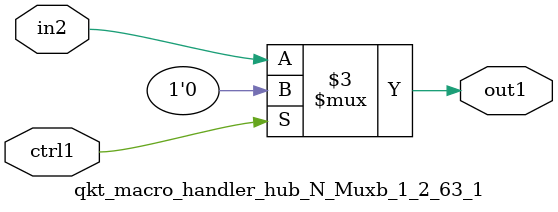
<source format=v>

`timescale 1ps / 1ps


module qkt_macro_handler_hub_N_Muxb_1_2_63_1( in2, ctrl1, out1 );

    input in2;
    input ctrl1;
    output out1;
    reg out1;

    
    // rtl_process:qkt_macro_handler_hub_N_Muxb_1_2_63_1/qkt_macro_handler_hub_N_Muxb_1_2_63_1_thread_1
    always @*
      begin : qkt_macro_handler_hub_N_Muxb_1_2_63_1_thread_1
        case (ctrl1) 
          1'b1: 
            begin
              out1 = 1'b0;
            end
          default: 
            begin
              out1 = in2;
            end
        endcase
      end

endmodule


</source>
